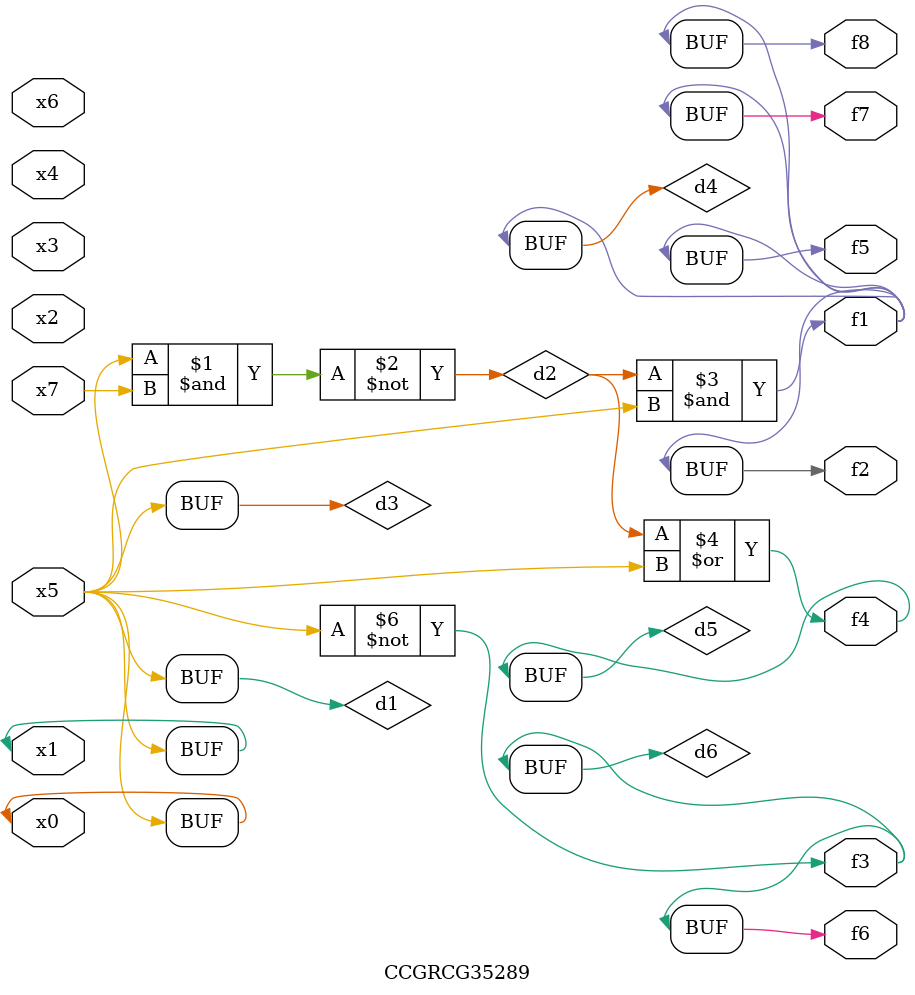
<source format=v>
module CCGRCG35289(
	input x0, x1, x2, x3, x4, x5, x6, x7,
	output f1, f2, f3, f4, f5, f6, f7, f8
);

	wire d1, d2, d3, d4, d5, d6;

	buf (d1, x0, x5);
	nand (d2, x5, x7);
	buf (d3, x0, x1);
	and (d4, d2, d3);
	or (d5, d2, d3);
	nor (d6, d1, d3);
	assign f1 = d4;
	assign f2 = d4;
	assign f3 = d6;
	assign f4 = d5;
	assign f5 = d4;
	assign f6 = d6;
	assign f7 = d4;
	assign f8 = d4;
endmodule

</source>
